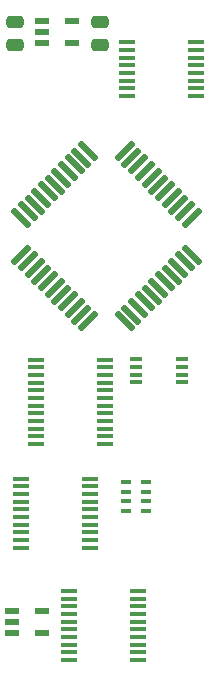
<source format=gtp>
%TF.GenerationSoftware,KiCad,Pcbnew,9.0.2*%
%TF.CreationDate,2025-06-15T15:40:31+02:00*%
%TF.ProjectId,HCP65 Coprocessor,48435036-3520-4436-9f70-726f63657373,V0*%
%TF.SameCoordinates,Original*%
%TF.FileFunction,Paste,Top*%
%TF.FilePolarity,Positive*%
%FSLAX46Y46*%
G04 Gerber Fmt 4.6, Leading zero omitted, Abs format (unit mm)*
G04 Created by KiCad (PCBNEW 9.0.2) date 2025-06-15 15:40:31*
%MOMM*%
%LPD*%
G01*
G04 APERTURE LIST*
G04 Aperture macros list*
%AMRoundRect*
0 Rectangle with rounded corners*
0 $1 Rounding radius*
0 $2 $3 $4 $5 $6 $7 $8 $9 X,Y pos of 4 corners*
0 Add a 4 corners polygon primitive as box body*
4,1,4,$2,$3,$4,$5,$6,$7,$8,$9,$2,$3,0*
0 Add four circle primitives for the rounded corners*
1,1,$1+$1,$2,$3*
1,1,$1+$1,$4,$5*
1,1,$1+$1,$6,$7*
1,1,$1+$1,$8,$9*
0 Add four rect primitives between the rounded corners*
20,1,$1+$1,$2,$3,$4,$5,0*
20,1,$1+$1,$4,$5,$6,$7,0*
20,1,$1+$1,$6,$7,$8,$9,0*
20,1,$1+$1,$8,$9,$2,$3,0*%
G04 Aperture macros list end*
%ADD10R,1.100000X0.450000*%
%ADD11R,1.475000X0.450000*%
%ADD12RoundRect,0.250000X-0.475000X0.250000X-0.475000X-0.250000X0.475000X-0.250000X0.475000X0.250000X0*%
%ADD13R,0.900000X0.450000*%
%ADD14R,1.250000X0.600000*%
%ADD15RoundRect,0.137500X-0.548008X0.742462X-0.742462X0.548008X0.548008X-0.742462X0.742462X-0.548008X0*%
%ADD16RoundRect,0.137500X0.548008X0.742462X-0.742462X-0.548008X-0.548008X-0.742462X0.742462X0.548008X0*%
%ADD17R,1.150000X0.600000*%
%ADD18R,1.450000X0.450000*%
G04 APERTURE END LIST*
D10*
%TO.C,IC1*%
X14052000Y-26203000D03*
X14052000Y-26853000D03*
X14052000Y-27503000D03*
X14052000Y-28153000D03*
X17952000Y-28153000D03*
X17952000Y-27503000D03*
X17952000Y-26853000D03*
X17952000Y-26203000D03*
%TD*%
D11*
%TO.C,IC6*%
X11447000Y-33379000D03*
X11447000Y-32729000D03*
X11447000Y-32079000D03*
X11447000Y-31429000D03*
X11447000Y-30779000D03*
X11447000Y-30129000D03*
X11447000Y-29479000D03*
X11447000Y-28829000D03*
X11447000Y-28179000D03*
X11447000Y-27529000D03*
X11447000Y-26879000D03*
X11447000Y-26229000D03*
X5571000Y-26229000D03*
X5571000Y-26879000D03*
X5571000Y-27529000D03*
X5571000Y-28179000D03*
X5571000Y-28829000D03*
X5571000Y-29479000D03*
X5571000Y-30129000D03*
X5571000Y-30779000D03*
X5571000Y-31429000D03*
X5571000Y-32079000D03*
X5571000Y-32729000D03*
X5571000Y-33379000D03*
%TD*%
D12*
%TO.C,C41*%
X3810000Y2331000D03*
X3810000Y431000D03*
%TD*%
D13*
%TO.C,RN2*%
X13247000Y-36626800D03*
X13247000Y-37426800D03*
X13247000Y-38226800D03*
X13247000Y-39026800D03*
X14947000Y-39026800D03*
X14947000Y-38226800D03*
X14947000Y-37426800D03*
X14947000Y-36626800D03*
%TD*%
D11*
%TO.C,IC20*%
X8348000Y-45832000D03*
X8348000Y-46482000D03*
X8348000Y-47132000D03*
X8348000Y-47782000D03*
X8348000Y-48432000D03*
X8348000Y-49082000D03*
X8348000Y-49732000D03*
X8348000Y-50382000D03*
X8348000Y-51032000D03*
X8348000Y-51682000D03*
X14224000Y-51682000D03*
X14224000Y-51032000D03*
X14224000Y-50382000D03*
X14224000Y-49732000D03*
X14224000Y-49082000D03*
X14224000Y-48432000D03*
X14224000Y-47782000D03*
X14224000Y-47132000D03*
X14224000Y-46482000D03*
X14224000Y-45832000D03*
%TD*%
D14*
%TO.C,IC11*%
X3596000Y-47498000D03*
X3596001Y-48448000D03*
X3596000Y-49398000D03*
X6096000Y-49398000D03*
X6096000Y-47498000D03*
%TD*%
D11*
%TO.C,IC5*%
X4284000Y-36322000D03*
X4284000Y-36972000D03*
X4284000Y-37622000D03*
X4284000Y-38272000D03*
X4284000Y-38922000D03*
X4284000Y-39572000D03*
X4284000Y-40222000D03*
X4284000Y-40872000D03*
X4284000Y-41522000D03*
X4284000Y-42172000D03*
X10160000Y-42172000D03*
X10160000Y-41522000D03*
X10160000Y-40872000D03*
X10160000Y-40222000D03*
X10160000Y-39572000D03*
X10160000Y-38922000D03*
X10160000Y-38272000D03*
X10160000Y-37622000D03*
X10160000Y-36972000D03*
X10160000Y-36322000D03*
%TD*%
D15*
%TO.C,IC2*%
X15941062Y-20177062D03*
X16506747Y-19611377D03*
X17072433Y-19045691D03*
X17638118Y-18480006D03*
X18203804Y-17914320D03*
X18769489Y-17348635D03*
D16*
X18769489Y-14237365D03*
X18203804Y-13671680D03*
X17638118Y-13105994D03*
X17072433Y-12540309D03*
X16506747Y-11974623D03*
X15941062Y-11408938D03*
X15375377Y-10843253D03*
X14809691Y-10277567D03*
X14244006Y-9711882D03*
X13678320Y-9146196D03*
X13112635Y-8580511D03*
D15*
X10001365Y-8580511D03*
X9435680Y-9146196D03*
X8869994Y-9711882D03*
X8304309Y-10277567D03*
X7738623Y-10843253D03*
X7172938Y-11408938D03*
X6607253Y-11974623D03*
X6041567Y-12540309D03*
X5475882Y-13105994D03*
X4910196Y-13671680D03*
X4344511Y-14237365D03*
D16*
X4344511Y-17348635D03*
X4910196Y-17914320D03*
X5475882Y-18480006D03*
X6041567Y-19045691D03*
X6607253Y-19611377D03*
X7172938Y-20177062D03*
X7738623Y-20742747D03*
X8304309Y-21308433D03*
X8869994Y-21874118D03*
X9435680Y-22439804D03*
X10001365Y-23005489D03*
D15*
X13112635Y-23005489D03*
X13678320Y-22439804D03*
X14244006Y-21874118D03*
X14809691Y-21308433D03*
X15375377Y-20742747D03*
%TD*%
D17*
%TO.C,IC36*%
X6066000Y2474000D03*
X6066000Y1524000D03*
X6066000Y574000D03*
X8666000Y574000D03*
X8666000Y2474000D03*
%TD*%
D12*
%TO.C,C42*%
X11049000Y2331000D03*
X11049000Y431000D03*
%TD*%
D18*
%TO.C,IC3*%
X13331000Y624000D03*
X13331000Y-26000D03*
X13331000Y-676000D03*
X13331000Y-1326000D03*
X13331000Y-1976000D03*
X13331000Y-2626000D03*
X13331000Y-3276000D03*
X13331000Y-3926000D03*
X19181000Y-3926000D03*
X19181000Y-3276000D03*
X19181000Y-2626000D03*
X19181000Y-1976000D03*
X19181000Y-1326000D03*
X19181000Y-676000D03*
X19181000Y-26000D03*
X19181000Y624000D03*
%TD*%
M02*

</source>
